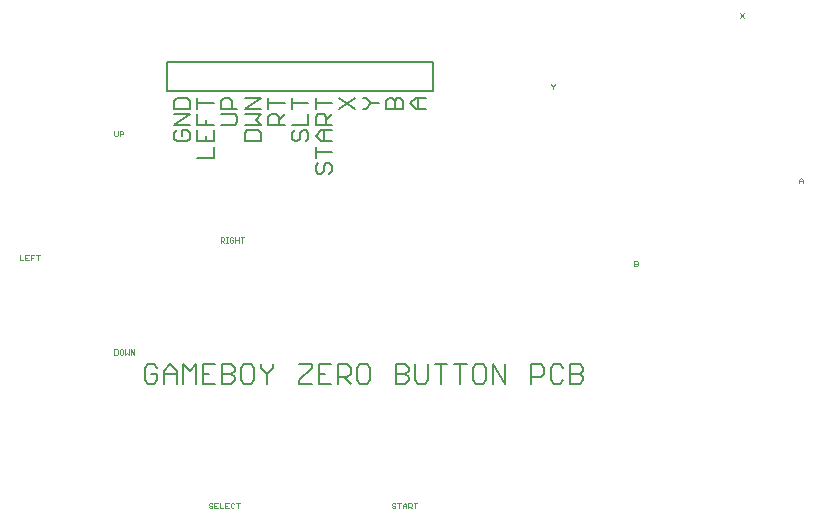
<source format=gto>
G75*
%MOIN*%
%OFA0B0*%
%FSLAX25Y25*%
%IPPOS*%
%LPD*%
%AMOC8*
5,1,8,0,0,1.08239X$1,22.5*
%
%ADD10C,0.00500*%
%ADD11C,0.00600*%
%ADD12C,0.00200*%
%ADD13C,0.00800*%
D10*
X0139829Y0148972D02*
X0140731Y0148972D01*
X0141632Y0149874D01*
X0141632Y0151677D01*
X0142534Y0152579D01*
X0143436Y0152579D01*
X0144337Y0151677D01*
X0144337Y0149874D01*
X0143436Y0148972D01*
X0139829Y0148972D02*
X0138927Y0149874D01*
X0138927Y0151677D01*
X0139829Y0152579D01*
X0138927Y0154410D02*
X0138927Y0158017D01*
X0138927Y0156213D02*
X0144337Y0156213D01*
X0144337Y0159848D02*
X0140731Y0159848D01*
X0138927Y0161651D01*
X0140731Y0163454D01*
X0144337Y0163454D01*
X0144337Y0165285D02*
X0138927Y0165285D01*
X0138927Y0167990D01*
X0139829Y0168892D01*
X0141632Y0168892D01*
X0142534Y0167990D01*
X0142534Y0165285D01*
X0142534Y0167089D02*
X0144337Y0168892D01*
X0146801Y0170723D02*
X0152211Y0174330D01*
X0154675Y0174330D02*
X0155577Y0174330D01*
X0157380Y0172527D01*
X0160085Y0172527D01*
X0162549Y0173428D02*
X0162549Y0170723D01*
X0167959Y0170723D01*
X0167959Y0173428D01*
X0167058Y0174330D01*
X0166156Y0174330D01*
X0165254Y0173428D01*
X0165254Y0170723D01*
X0165254Y0173428D02*
X0164353Y0174330D01*
X0163451Y0174330D01*
X0162549Y0173428D01*
X0157380Y0172527D02*
X0155577Y0170723D01*
X0154675Y0170723D01*
X0152211Y0170723D02*
X0146801Y0174330D01*
X0144337Y0172526D02*
X0138927Y0172526D01*
X0138927Y0170723D02*
X0138927Y0174330D01*
X0136463Y0172527D02*
X0131053Y0172527D01*
X0131053Y0174330D02*
X0131053Y0170723D01*
X0128589Y0172527D02*
X0123179Y0172527D01*
X0123179Y0174330D02*
X0123179Y0170723D01*
X0124081Y0168892D02*
X0123179Y0167990D01*
X0123179Y0165285D01*
X0128589Y0165285D01*
X0126786Y0165285D02*
X0126786Y0167990D01*
X0125884Y0168892D01*
X0124081Y0168892D01*
X0126786Y0167089D02*
X0128589Y0168892D01*
X0131053Y0165285D02*
X0136463Y0165285D01*
X0136463Y0168892D01*
X0135562Y0163454D02*
X0136463Y0162553D01*
X0136463Y0160749D01*
X0135562Y0159848D01*
X0133758Y0160749D02*
X0133758Y0162553D01*
X0134660Y0163454D01*
X0135562Y0163454D01*
X0133758Y0160749D02*
X0132857Y0159848D01*
X0131955Y0159848D01*
X0131053Y0160749D01*
X0131053Y0162553D01*
X0131955Y0163454D01*
X0141632Y0163454D02*
X0141632Y0159848D01*
X0120715Y0159848D02*
X0120715Y0162553D01*
X0119814Y0163454D01*
X0116207Y0163454D01*
X0115305Y0162553D01*
X0115305Y0159848D01*
X0120715Y0159848D01*
X0120715Y0165285D02*
X0115305Y0165285D01*
X0112841Y0166187D02*
X0112841Y0167990D01*
X0111940Y0168892D01*
X0107431Y0168892D01*
X0107431Y0170723D02*
X0107431Y0173428D01*
X0108333Y0174330D01*
X0110136Y0174330D01*
X0111038Y0173428D01*
X0111038Y0170723D01*
X0112841Y0170723D02*
X0107431Y0170723D01*
X0104967Y0172526D02*
X0099557Y0172526D01*
X0099557Y0170723D02*
X0099557Y0174330D01*
X0097093Y0173428D02*
X0096192Y0174330D01*
X0092585Y0174330D01*
X0091683Y0173428D01*
X0091683Y0170723D01*
X0097093Y0170723D01*
X0097093Y0173428D01*
X0097093Y0168892D02*
X0091683Y0168892D01*
X0091683Y0165285D02*
X0097093Y0168892D01*
X0099557Y0168892D02*
X0099557Y0165285D01*
X0104967Y0165285D01*
X0104967Y0163454D02*
X0104967Y0159848D01*
X0099557Y0159848D01*
X0099557Y0163454D01*
X0097093Y0162553D02*
X0097093Y0160749D01*
X0096192Y0159848D01*
X0092585Y0159848D01*
X0091683Y0160749D01*
X0091683Y0162553D01*
X0092585Y0163454D01*
X0094388Y0163454D02*
X0094388Y0161651D01*
X0094388Y0163454D02*
X0096192Y0163454D01*
X0097093Y0162553D01*
X0097093Y0165285D02*
X0091683Y0165285D01*
X0102262Y0165285D02*
X0102262Y0167089D01*
X0107431Y0165285D02*
X0111940Y0165285D01*
X0112841Y0166187D01*
X0115305Y0168892D02*
X0120715Y0168892D01*
X0118912Y0167089D01*
X0120715Y0165285D01*
X0120715Y0170723D02*
X0115305Y0170723D01*
X0120715Y0174330D01*
X0115305Y0174330D01*
X0102262Y0161651D02*
X0102262Y0159848D01*
X0104967Y0158017D02*
X0104967Y0154410D01*
X0099557Y0154410D01*
X0170423Y0172527D02*
X0172227Y0170723D01*
X0175833Y0170723D01*
X0173128Y0170723D02*
X0173128Y0174330D01*
X0172227Y0174330D02*
X0175833Y0174330D01*
X0172227Y0174330D02*
X0170423Y0172527D01*
D11*
X0168889Y0085451D02*
X0165687Y0085451D01*
X0165687Y0079046D01*
X0168889Y0079046D01*
X0169957Y0080113D01*
X0169957Y0081181D01*
X0168889Y0082248D01*
X0165687Y0082248D01*
X0168889Y0082248D02*
X0169957Y0083316D01*
X0169957Y0084383D01*
X0168889Y0085451D01*
X0172132Y0085451D02*
X0172132Y0080113D01*
X0173200Y0079046D01*
X0175335Y0079046D01*
X0176403Y0080113D01*
X0176403Y0085451D01*
X0178578Y0085451D02*
X0182848Y0085451D01*
X0180713Y0085451D02*
X0180713Y0079046D01*
X0187158Y0079046D02*
X0187158Y0085451D01*
X0185023Y0085451D02*
X0189294Y0085451D01*
X0191469Y0084383D02*
X0191469Y0080113D01*
X0192536Y0079046D01*
X0194671Y0079046D01*
X0195739Y0080113D01*
X0195739Y0084383D01*
X0194671Y0085451D01*
X0192536Y0085451D01*
X0191469Y0084383D01*
X0197914Y0085451D02*
X0197914Y0079046D01*
X0202185Y0079046D02*
X0202185Y0085451D01*
X0197914Y0085451D02*
X0202185Y0079046D01*
X0210805Y0079046D02*
X0210805Y0085451D01*
X0214008Y0085451D01*
X0215076Y0084383D01*
X0215076Y0082248D01*
X0214008Y0081181D01*
X0210805Y0081181D01*
X0217251Y0080113D02*
X0218318Y0079046D01*
X0220453Y0079046D01*
X0221521Y0080113D01*
X0223696Y0079046D02*
X0226899Y0079046D01*
X0227967Y0080113D01*
X0227967Y0081181D01*
X0226899Y0082248D01*
X0223696Y0082248D01*
X0221521Y0084383D02*
X0220453Y0085451D01*
X0218318Y0085451D01*
X0217251Y0084383D01*
X0217251Y0080113D01*
X0223696Y0079046D02*
X0223696Y0085451D01*
X0226899Y0085451D01*
X0227967Y0084383D01*
X0227967Y0083316D01*
X0226899Y0082248D01*
X0157066Y0080113D02*
X0157066Y0084383D01*
X0155998Y0085451D01*
X0153863Y0085451D01*
X0152796Y0084383D01*
X0152796Y0080113D01*
X0153863Y0079046D01*
X0155998Y0079046D01*
X0157066Y0080113D01*
X0150621Y0079046D02*
X0148485Y0081181D01*
X0149553Y0081181D02*
X0146350Y0081181D01*
X0146350Y0079046D02*
X0146350Y0085451D01*
X0149553Y0085451D01*
X0150621Y0084383D01*
X0150621Y0082248D01*
X0149553Y0081181D01*
X0144175Y0079046D02*
X0139905Y0079046D01*
X0139905Y0085451D01*
X0144175Y0085451D01*
X0142040Y0082248D02*
X0139905Y0082248D01*
X0137730Y0084383D02*
X0133459Y0080113D01*
X0133459Y0079046D01*
X0137730Y0079046D01*
X0137730Y0084383D02*
X0137730Y0085451D01*
X0133459Y0085451D01*
X0124839Y0085451D02*
X0124839Y0084383D01*
X0122703Y0082248D01*
X0122703Y0079046D01*
X0118393Y0080113D02*
X0118393Y0084383D01*
X0117325Y0085451D01*
X0115190Y0085451D01*
X0114123Y0084383D01*
X0114123Y0080113D01*
X0115190Y0079046D01*
X0117325Y0079046D01*
X0118393Y0080113D01*
X0120568Y0084383D02*
X0122703Y0082248D01*
X0120568Y0084383D02*
X0120568Y0085451D01*
X0111948Y0084383D02*
X0111948Y0083316D01*
X0110880Y0082248D01*
X0107677Y0082248D01*
X0107677Y0079046D02*
X0107677Y0085451D01*
X0110880Y0085451D01*
X0111948Y0084383D01*
X0110880Y0082248D02*
X0111948Y0081181D01*
X0111948Y0080113D01*
X0110880Y0079046D01*
X0107677Y0079046D01*
X0105502Y0079046D02*
X0101232Y0079046D01*
X0101232Y0085451D01*
X0105502Y0085451D01*
X0103367Y0082248D02*
X0101232Y0082248D01*
X0099057Y0079046D02*
X0099057Y0085451D01*
X0096921Y0083316D01*
X0094786Y0085451D01*
X0094786Y0079046D01*
X0092611Y0079046D02*
X0092611Y0083316D01*
X0090476Y0085451D01*
X0088341Y0083316D01*
X0088341Y0079046D01*
X0086166Y0080113D02*
X0086166Y0082248D01*
X0084030Y0082248D01*
X0081895Y0084383D02*
X0081895Y0080113D01*
X0082963Y0079046D01*
X0085098Y0079046D01*
X0086166Y0080113D01*
X0088341Y0082248D02*
X0092611Y0082248D01*
X0086166Y0084383D02*
X0085098Y0085451D01*
X0082963Y0085451D01*
X0081895Y0084383D01*
D12*
X0103349Y0037802D02*
X0103644Y0037507D01*
X0104234Y0037507D01*
X0104529Y0037802D01*
X0104529Y0038097D01*
X0104234Y0038392D01*
X0103644Y0038392D01*
X0103349Y0038687D01*
X0103349Y0038982D01*
X0103644Y0039277D01*
X0104234Y0039277D01*
X0104529Y0038982D01*
X0105161Y0039277D02*
X0105161Y0037507D01*
X0106341Y0037507D01*
X0106974Y0037507D02*
X0108154Y0037507D01*
X0108787Y0037507D02*
X0109967Y0037507D01*
X0110599Y0037802D02*
X0110894Y0037507D01*
X0111484Y0037507D01*
X0111779Y0037802D01*
X0110599Y0037802D02*
X0110599Y0038982D01*
X0110894Y0039277D01*
X0111484Y0039277D01*
X0111779Y0038982D01*
X0112412Y0039277D02*
X0113592Y0039277D01*
X0113002Y0039277D02*
X0113002Y0037507D01*
X0109967Y0039277D02*
X0108787Y0039277D01*
X0108787Y0037507D01*
X0108787Y0038392D02*
X0109377Y0038392D01*
X0106974Y0039277D02*
X0106974Y0037507D01*
X0105751Y0038392D02*
X0105161Y0038392D01*
X0105161Y0039277D02*
X0106341Y0039277D01*
X0164372Y0038982D02*
X0164372Y0038687D01*
X0164667Y0038392D01*
X0165257Y0038392D01*
X0165552Y0038097D01*
X0165552Y0037802D01*
X0165257Y0037507D01*
X0164667Y0037507D01*
X0164372Y0037802D01*
X0164372Y0038982D02*
X0164667Y0039277D01*
X0165257Y0039277D01*
X0165552Y0038982D01*
X0166185Y0039277D02*
X0167365Y0039277D01*
X0166775Y0039277D02*
X0166775Y0037507D01*
X0167998Y0037507D02*
X0167998Y0038687D01*
X0168588Y0039277D01*
X0169178Y0038687D01*
X0169178Y0037507D01*
X0169810Y0037507D02*
X0169810Y0039277D01*
X0170695Y0039277D01*
X0170990Y0038982D01*
X0170990Y0038392D01*
X0170695Y0038097D01*
X0169810Y0038097D01*
X0170400Y0038097D02*
X0170990Y0037507D01*
X0172213Y0037507D02*
X0172213Y0039277D01*
X0171623Y0039277D02*
X0172803Y0039277D01*
X0169178Y0038392D02*
X0167998Y0038392D01*
X0078470Y0088688D02*
X0078470Y0090458D01*
X0077290Y0090458D02*
X0077290Y0088688D01*
X0076658Y0088688D02*
X0076658Y0090458D01*
X0077290Y0090458D02*
X0078470Y0088688D01*
X0076658Y0088688D02*
X0076068Y0089278D01*
X0075478Y0088688D01*
X0075478Y0090458D01*
X0074845Y0090163D02*
X0074550Y0090458D01*
X0073960Y0090458D01*
X0073665Y0090163D01*
X0073665Y0088983D01*
X0073960Y0088688D01*
X0074550Y0088688D01*
X0074845Y0088983D01*
X0074845Y0090163D01*
X0073033Y0090163D02*
X0072738Y0090458D01*
X0071853Y0090458D01*
X0071853Y0088688D01*
X0072738Y0088688D01*
X0073033Y0088983D01*
X0073033Y0090163D01*
X0046384Y0120184D02*
X0046384Y0121954D01*
X0045794Y0121954D02*
X0046974Y0121954D01*
X0045162Y0121954D02*
X0043982Y0121954D01*
X0043982Y0120184D01*
X0043349Y0120184D02*
X0042169Y0120184D01*
X0042169Y0121954D01*
X0043349Y0121954D01*
X0042759Y0121069D02*
X0042169Y0121069D01*
X0041537Y0120184D02*
X0040357Y0120184D01*
X0040357Y0121954D01*
X0043982Y0121069D02*
X0044572Y0121069D01*
X0072148Y0161523D02*
X0072738Y0161523D01*
X0073033Y0161818D01*
X0073033Y0163293D01*
X0073665Y0163293D02*
X0074550Y0163293D01*
X0074845Y0162998D01*
X0074845Y0162408D01*
X0074550Y0162113D01*
X0073665Y0162113D01*
X0073665Y0161523D02*
X0073665Y0163293D01*
X0071853Y0163293D02*
X0071853Y0161818D01*
X0072148Y0161523D01*
X0107286Y0127860D02*
X0108171Y0127860D01*
X0108466Y0127565D01*
X0108466Y0126975D01*
X0108171Y0126680D01*
X0107286Y0126680D01*
X0107876Y0126680D02*
X0108466Y0126090D01*
X0109098Y0126090D02*
X0109688Y0126090D01*
X0109393Y0126090D02*
X0109393Y0127860D01*
X0109098Y0127860D02*
X0109688Y0127860D01*
X0110307Y0127565D02*
X0110602Y0127860D01*
X0111192Y0127860D01*
X0111487Y0127565D01*
X0111487Y0126975D02*
X0110897Y0126975D01*
X0111487Y0126975D02*
X0111487Y0126385D01*
X0111192Y0126090D01*
X0110602Y0126090D01*
X0110307Y0126385D01*
X0110307Y0127565D01*
X0112119Y0127860D02*
X0112119Y0126090D01*
X0112119Y0126975D02*
X0113299Y0126975D01*
X0113299Y0127860D02*
X0113299Y0126090D01*
X0114522Y0126090D02*
X0114522Y0127860D01*
X0113932Y0127860D02*
X0115112Y0127860D01*
X0107286Y0127860D02*
X0107286Y0126090D01*
X0218112Y0177271D02*
X0218112Y0178156D01*
X0218702Y0178746D01*
X0218702Y0179041D01*
X0218112Y0178156D02*
X0217522Y0178746D01*
X0217522Y0179041D01*
X0280514Y0200893D02*
X0281694Y0202663D01*
X0280514Y0202663D02*
X0281694Y0200893D01*
X0300789Y0147545D02*
X0301379Y0146955D01*
X0301379Y0145775D01*
X0301379Y0146660D02*
X0300199Y0146660D01*
X0300199Y0146955D02*
X0300789Y0147545D01*
X0300199Y0146955D02*
X0300199Y0145775D01*
X0246261Y0119691D02*
X0246261Y0119396D01*
X0245966Y0119101D01*
X0245081Y0119101D01*
X0245081Y0119986D02*
X0245966Y0119986D01*
X0246261Y0119691D01*
X0245966Y0119101D02*
X0246261Y0118806D01*
X0246261Y0118511D01*
X0245966Y0118216D01*
X0245081Y0118216D01*
X0245081Y0119986D01*
D13*
X0178115Y0176458D02*
X0089532Y0176458D01*
X0089532Y0186301D01*
X0178115Y0186301D01*
X0178115Y0176458D01*
M02*

</source>
